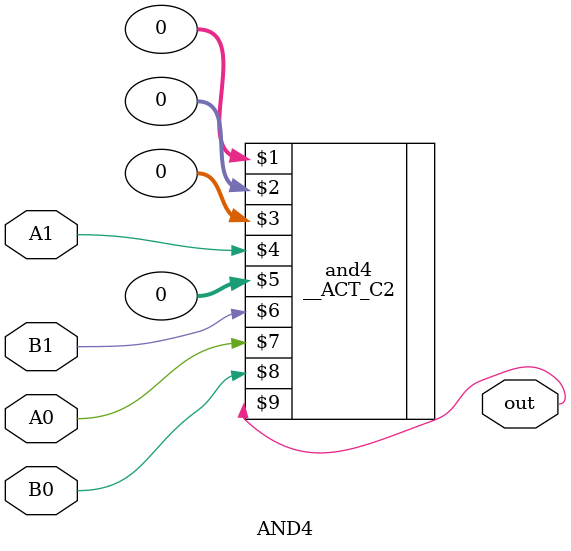
<source format=v>
module AND4 (
    input A0, A1, B0, B1,

    output out
);

    __ACT_C2 and4(0, 0, 0, A1, 0, B1, A0, B0, out); 

endmodule
</source>
